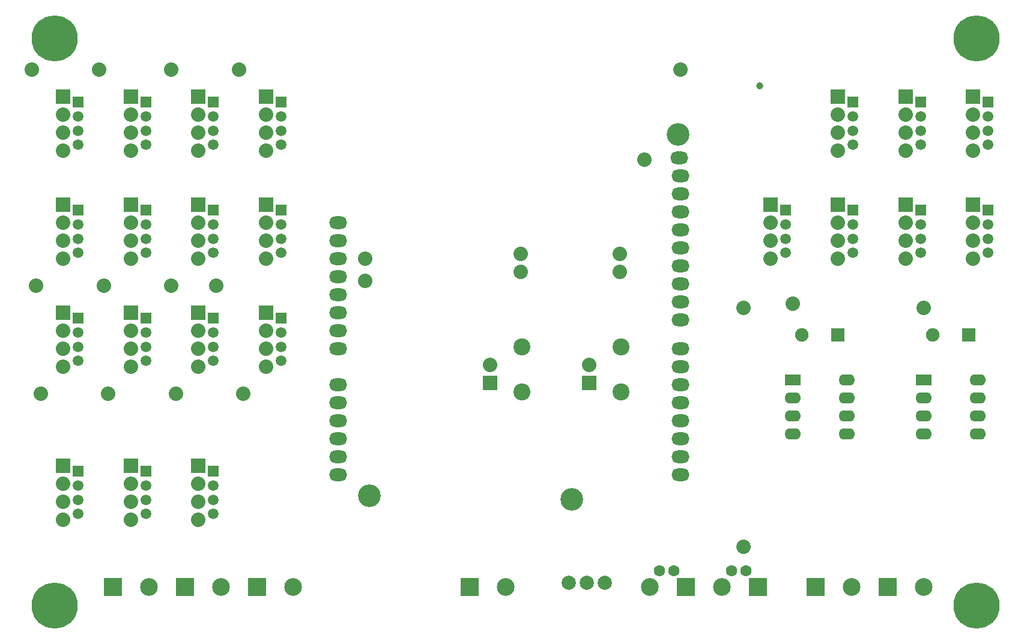
<source format=gbs>
G04 (created by PCBNEW (2013-07-07 BZR 4022)-stable) date 07/05/2015 17:00:17*
%MOIN*%
G04 Gerber Fmt 3.4, Leading zero omitted, Abs format*
%FSLAX34Y34*%
G01*
G70*
G90*
G04 APERTURE LIST*
%ADD10C,0.00590551*%
%ADD11C,0.0945*%
%ADD12R,0.0984X0.0984*%
%ADD13C,0.0984*%
%ADD14C,0.08*%
%ADD15C,0.0787402*%
%ADD16R,0.075X0.075*%
%ADD17C,0.075*%
%ADD18C,0.2559*%
%ADD19R,0.09X0.062*%
%ADD20O,0.09X0.062*%
%ADD21R,0.08X0.08*%
%ADD22C,0.0629921*%
%ADD23R,0.0590551X0.0590551*%
%ADD24C,0.0590551*%
%ADD25O,0.1X0.0709*%
%ADD26C,0.125984*%
%ADD27C,0.0039*%
%ADD28C,0.0394*%
G04 APERTURE END LIST*
G54D10*
G54D11*
X36100Y-11250D03*
X36100Y-8750D03*
X30600Y-8750D03*
X30600Y-11250D03*
G54D12*
X46900Y-22100D03*
G54D13*
X48900Y-22100D03*
G54D12*
X7900Y-22100D03*
G54D13*
X9900Y-22100D03*
G54D12*
X11900Y-22100D03*
G54D13*
X13900Y-22100D03*
G54D12*
X15900Y-22100D03*
G54D13*
X17900Y-22100D03*
G54D12*
X27700Y-22100D03*
G54D13*
X29700Y-22100D03*
G54D14*
X30550Y-3600D03*
X30550Y-4600D03*
X36050Y-3600D03*
X36050Y-4600D03*
G54D15*
X34200Y-21850D03*
X35200Y-21850D03*
X33200Y-21850D03*
G54D12*
X50900Y-22100D03*
G54D13*
X52900Y-22100D03*
G54D16*
X55400Y-8100D03*
G54D17*
X53400Y-8100D03*
G54D18*
X4679Y-23125D03*
X55860Y8370D03*
X55860Y-23125D03*
G54D19*
X52900Y-10600D03*
G54D20*
X52900Y-11600D03*
X52900Y-12600D03*
X52900Y-13600D03*
X55900Y-13600D03*
X55900Y-12600D03*
X55900Y-11600D03*
X55900Y-10600D03*
G54D19*
X45650Y-10600D03*
G54D20*
X45650Y-11600D03*
X45650Y-12600D03*
X45650Y-13600D03*
X48650Y-13600D03*
X48650Y-12600D03*
X48650Y-11600D03*
X48650Y-10600D03*
G54D16*
X48150Y-8100D03*
G54D17*
X46150Y-8100D03*
G54D18*
X4679Y8370D03*
G54D21*
X28850Y-10750D03*
G54D14*
X28850Y-9750D03*
G54D21*
X34350Y-10750D03*
G54D14*
X34350Y-9750D03*
G54D12*
X43700Y-22100D03*
G54D13*
X41700Y-22100D03*
G54D22*
X43050Y-21200D03*
X42250Y-21200D03*
G54D12*
X39700Y-22100D03*
G54D13*
X37700Y-22100D03*
G54D22*
X39050Y-21200D03*
X38250Y-21200D03*
G54D14*
X39400Y6650D03*
X13650Y-5350D03*
X11150Y-5350D03*
X7400Y-5350D03*
X3650Y-5350D03*
X15150Y-11350D03*
X11400Y-11350D03*
X7650Y-11350D03*
X3900Y-11350D03*
X37400Y1650D03*
X21900Y-3850D03*
X42900Y-19850D03*
X42900Y-6600D03*
X52900Y-6600D03*
X45650Y-6350D03*
X14900Y6650D03*
X11150Y6650D03*
X7150Y6650D03*
X3400Y6650D03*
X21900Y-5100D03*
G54D21*
X8900Y-6850D03*
G54D14*
X8900Y-7850D03*
X8900Y-8850D03*
X8900Y-9850D03*
G54D23*
X9731Y-7168D03*
G54D24*
X9731Y-7956D03*
X9731Y-8743D03*
X9731Y-9531D03*
G54D21*
X5150Y-6850D03*
G54D14*
X5150Y-7850D03*
X5150Y-8850D03*
X5150Y-9850D03*
G54D23*
X5981Y-7168D03*
G54D24*
X5981Y-7956D03*
X5981Y-8743D03*
X5981Y-9531D03*
G54D21*
X12650Y-6850D03*
G54D14*
X12650Y-7850D03*
X12650Y-8850D03*
X12650Y-9850D03*
G54D23*
X13481Y-7168D03*
G54D24*
X13481Y-7956D03*
X13481Y-8743D03*
X13481Y-9531D03*
G54D21*
X16400Y-6850D03*
G54D14*
X16400Y-7850D03*
X16400Y-8850D03*
X16400Y-9850D03*
G54D23*
X17231Y-7168D03*
G54D24*
X17231Y-7956D03*
X17231Y-8743D03*
X17231Y-9531D03*
G54D21*
X8900Y-850D03*
G54D14*
X8900Y-1850D03*
X8900Y-2850D03*
X8900Y-3850D03*
G54D23*
X9731Y-1168D03*
G54D24*
X9731Y-1956D03*
X9731Y-2743D03*
X9731Y-3531D03*
G54D21*
X5150Y-850D03*
G54D14*
X5150Y-1850D03*
X5150Y-2850D03*
X5150Y-3850D03*
G54D23*
X5981Y-1168D03*
G54D24*
X5981Y-1956D03*
X5981Y-2743D03*
X5981Y-3531D03*
G54D21*
X12650Y-850D03*
G54D14*
X12650Y-1850D03*
X12650Y-2850D03*
X12650Y-3850D03*
G54D23*
X13481Y-1168D03*
G54D24*
X13481Y-1956D03*
X13481Y-2743D03*
X13481Y-3531D03*
G54D21*
X16400Y-850D03*
G54D14*
X16400Y-1850D03*
X16400Y-2850D03*
X16400Y-3850D03*
G54D23*
X17231Y-1168D03*
G54D24*
X17231Y-1956D03*
X17231Y-2743D03*
X17231Y-3531D03*
G54D21*
X16400Y5150D03*
G54D14*
X16400Y4150D03*
X16400Y3150D03*
X16400Y2150D03*
G54D23*
X17231Y4831D03*
G54D24*
X17231Y4043D03*
X17231Y3256D03*
X17231Y2468D03*
G54D21*
X12650Y5150D03*
G54D14*
X12650Y4150D03*
X12650Y3150D03*
X12650Y2150D03*
G54D23*
X13481Y4831D03*
G54D24*
X13481Y4043D03*
X13481Y3256D03*
X13481Y2468D03*
G54D21*
X8900Y5150D03*
G54D14*
X8900Y4150D03*
X8900Y3150D03*
X8900Y2150D03*
G54D23*
X9731Y4831D03*
G54D24*
X9731Y4043D03*
X9731Y3256D03*
X9731Y2468D03*
G54D21*
X5150Y5150D03*
G54D14*
X5150Y4150D03*
X5150Y3150D03*
X5150Y2150D03*
G54D23*
X5981Y4831D03*
G54D24*
X5981Y4043D03*
X5981Y3256D03*
X5981Y2468D03*
G54D21*
X8900Y-15350D03*
G54D14*
X8900Y-16350D03*
X8900Y-17350D03*
X8900Y-18350D03*
G54D23*
X9731Y-15668D03*
G54D24*
X9731Y-16456D03*
X9731Y-17243D03*
X9731Y-18031D03*
G54D21*
X12650Y-15350D03*
G54D14*
X12650Y-16350D03*
X12650Y-17350D03*
X12650Y-18350D03*
G54D23*
X13481Y-15668D03*
G54D24*
X13481Y-16456D03*
X13481Y-17243D03*
X13481Y-18031D03*
G54D21*
X44400Y-850D03*
G54D14*
X44400Y-1850D03*
X44400Y-2850D03*
X44400Y-3850D03*
G54D23*
X45231Y-1168D03*
G54D24*
X45231Y-1956D03*
X45231Y-2743D03*
X45231Y-3531D03*
G54D21*
X48150Y-850D03*
G54D14*
X48150Y-1850D03*
X48150Y-2850D03*
X48150Y-3850D03*
G54D23*
X48981Y-1168D03*
G54D24*
X48981Y-1956D03*
X48981Y-2743D03*
X48981Y-3531D03*
G54D21*
X5150Y-15350D03*
G54D14*
X5150Y-16350D03*
X5150Y-17350D03*
X5150Y-18350D03*
G54D23*
X5981Y-15668D03*
G54D24*
X5981Y-16456D03*
X5981Y-17243D03*
X5981Y-18031D03*
G54D21*
X48150Y5150D03*
G54D14*
X48150Y4150D03*
X48150Y3150D03*
X48150Y2150D03*
G54D23*
X48981Y4831D03*
G54D24*
X48981Y4043D03*
X48981Y3256D03*
X48981Y2468D03*
G54D21*
X55650Y5150D03*
G54D14*
X55650Y4150D03*
X55650Y3150D03*
X55650Y2150D03*
G54D23*
X56481Y4831D03*
G54D24*
X56481Y4043D03*
X56481Y3256D03*
X56481Y2468D03*
G54D21*
X55650Y-850D03*
G54D14*
X55650Y-1850D03*
X55650Y-2850D03*
X55650Y-3850D03*
G54D23*
X56481Y-1168D03*
G54D24*
X56481Y-1956D03*
X56481Y-2743D03*
X56481Y-3531D03*
G54D21*
X51900Y-850D03*
G54D14*
X51900Y-1850D03*
X51900Y-2850D03*
X51900Y-3850D03*
G54D23*
X52731Y-1168D03*
G54D24*
X52731Y-1956D03*
X52731Y-2743D03*
X52731Y-3531D03*
G54D21*
X51900Y5150D03*
G54D14*
X51900Y4150D03*
X51900Y3150D03*
X51900Y2150D03*
G54D23*
X52731Y4831D03*
G54D24*
X52731Y4043D03*
X52731Y3256D03*
X52731Y2468D03*
G54D25*
X20400Y-15850D03*
X20400Y-14850D03*
X20400Y-13850D03*
X20400Y-10850D03*
X20400Y-11850D03*
X20400Y-12850D03*
X20400Y-8850D03*
X20400Y-7850D03*
X20400Y-6850D03*
X20400Y-4850D03*
X20400Y-3850D03*
X39400Y-15850D03*
X39400Y-14850D03*
X39400Y-13850D03*
X39400Y-12850D03*
X39400Y-11850D03*
X39400Y-10850D03*
X39400Y-9850D03*
X39400Y-8850D03*
X39400Y-7250D03*
X39400Y-6250D03*
X39400Y-5250D03*
X39400Y-4250D03*
X39400Y-3250D03*
X39400Y-2250D03*
X39400Y-1250D03*
X39400Y-250D03*
X20400Y-5850D03*
X20400Y-2850D03*
X20400Y-1850D03*
X39400Y750D03*
X39350Y1750D03*
G54D26*
X39281Y3047D03*
X22155Y-17031D03*
X33376Y-17227D03*
G54D27*
X43850Y5750D03*
G54D28*
X43800Y5750D03*
M02*

</source>
